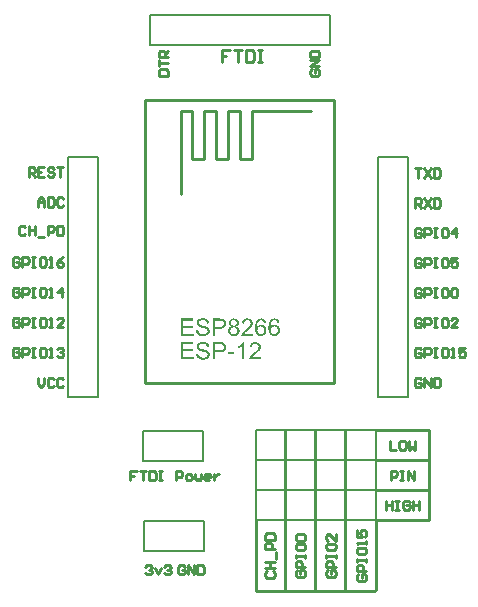
<source format=gto>
G04 Layer_Color=65535*
%FSLAX24Y24*%
%MOIN*%
G70*
G01*
G75*
%ADD17C,0.0100*%
%ADD18C,0.0079*%
G36*
X7683Y10125D02*
X7688D01*
X7695Y10124D01*
X7702Y10123D01*
X7710Y10122D01*
X7719Y10120D01*
X7729Y10118D01*
X7739Y10115D01*
X7749Y10111D01*
X7759Y10107D01*
X7769Y10102D01*
X7779Y10096D01*
X7788Y10090D01*
X7797Y10082D01*
X7798Y10081D01*
X7799Y10080D01*
X7802Y10077D01*
X7805Y10074D01*
X7808Y10070D01*
X7812Y10065D01*
X7816Y10059D01*
X7821Y10052D01*
X7825Y10045D01*
X7829Y10036D01*
X7833Y10028D01*
X7837Y10018D01*
X7839Y10008D01*
X7842Y9998D01*
X7843Y9987D01*
X7844Y9975D01*
Y9975D01*
Y9973D01*
Y9971D01*
X7843Y9969D01*
Y9965D01*
X7843Y9961D01*
X7841Y9952D01*
X7839Y9941D01*
X7835Y9929D01*
X7829Y9917D01*
X7826Y9911D01*
X7822Y9905D01*
Y9905D01*
X7821Y9904D01*
X7820Y9902D01*
X7818Y9900D01*
X7816Y9898D01*
X7813Y9895D01*
X7810Y9892D01*
X7806Y9889D01*
X7802Y9885D01*
X7797Y9881D01*
X7792Y9877D01*
X7786Y9874D01*
X7780Y9870D01*
X7773Y9866D01*
X7766Y9863D01*
X7758Y9860D01*
X7759D01*
X7761Y9859D01*
X7763Y9858D01*
X7767Y9856D01*
X7771Y9855D01*
X7777Y9852D01*
X7782Y9849D01*
X7788Y9846D01*
X7801Y9838D01*
X7815Y9829D01*
X7828Y9817D01*
X7834Y9811D01*
X7839Y9804D01*
X7840Y9803D01*
X7840Y9802D01*
X7842Y9800D01*
X7844Y9797D01*
X7846Y9793D01*
X7848Y9789D01*
X7851Y9784D01*
X7853Y9778D01*
X7856Y9771D01*
X7858Y9765D01*
X7861Y9757D01*
X7863Y9749D01*
X7866Y9731D01*
X7867Y9722D01*
X7867Y9712D01*
Y9711D01*
Y9709D01*
X7867Y9705D01*
X7866Y9700D01*
X7866Y9694D01*
X7864Y9686D01*
X7863Y9678D01*
X7861Y9669D01*
X7858Y9659D01*
X7854Y9649D01*
X7850Y9639D01*
X7845Y9629D01*
X7839Y9618D01*
X7832Y9608D01*
X7824Y9597D01*
X7815Y9588D01*
X7814Y9587D01*
X7812Y9586D01*
X7809Y9583D01*
X7805Y9580D01*
X7800Y9576D01*
X7794Y9572D01*
X7786Y9567D01*
X7778Y9563D01*
X7768Y9558D01*
X7758Y9554D01*
X7747Y9549D01*
X7735Y9546D01*
X7722Y9542D01*
X7708Y9540D01*
X7693Y9538D01*
X7677Y9538D01*
X7673D01*
X7669Y9538D01*
X7663Y9539D01*
X7656Y9539D01*
X7647Y9540D01*
X7638Y9542D01*
X7628Y9544D01*
X7617Y9547D01*
X7606Y9550D01*
X7595Y9554D01*
X7583Y9559D01*
X7571Y9565D01*
X7560Y9572D01*
X7549Y9579D01*
X7539Y9588D01*
X7539Y9589D01*
X7537Y9591D01*
X7534Y9593D01*
X7531Y9597D01*
X7527Y9602D01*
X7523Y9608D01*
X7518Y9615D01*
X7513Y9623D01*
X7508Y9632D01*
X7504Y9641D01*
X7499Y9651D01*
X7495Y9663D01*
X7492Y9674D01*
X7490Y9687D01*
X7488Y9700D01*
X7487Y9714D01*
Y9714D01*
Y9716D01*
Y9719D01*
X7488Y9723D01*
X7488Y9728D01*
X7489Y9734D01*
X7490Y9740D01*
X7491Y9747D01*
X7494Y9762D01*
X7497Y9770D01*
X7499Y9777D01*
X7503Y9785D01*
X7506Y9793D01*
X7511Y9801D01*
X7516Y9808D01*
X7516Y9809D01*
X7517Y9810D01*
X7519Y9812D01*
X7521Y9814D01*
X7524Y9817D01*
X7528Y9821D01*
X7532Y9825D01*
X7537Y9829D01*
X7542Y9833D01*
X7548Y9838D01*
X7555Y9842D01*
X7562Y9846D01*
X7570Y9850D01*
X7579Y9854D01*
X7588Y9857D01*
X7597Y9860D01*
X7597D01*
X7595Y9861D01*
X7593Y9861D01*
X7590Y9863D01*
X7586Y9864D01*
X7582Y9866D01*
X7572Y9872D01*
X7562Y9878D01*
X7551Y9886D01*
X7540Y9895D01*
X7536Y9900D01*
X7531Y9906D01*
Y9906D01*
X7530Y9907D01*
X7529Y9909D01*
X7528Y9911D01*
X7526Y9914D01*
X7525Y9917D01*
X7523Y9921D01*
X7521Y9926D01*
X7517Y9936D01*
X7514Y9949D01*
X7511Y9962D01*
X7510Y9977D01*
Y9978D01*
Y9980D01*
X7511Y9983D01*
Y9988D01*
X7512Y9993D01*
X7513Y9999D01*
X7514Y10006D01*
X7516Y10014D01*
X7518Y10022D01*
X7521Y10030D01*
X7525Y10039D01*
X7529Y10048D01*
X7534Y10057D01*
X7540Y10066D01*
X7547Y10074D01*
X7555Y10083D01*
X7556Y10083D01*
X7557Y10085D01*
X7560Y10087D01*
X7564Y10089D01*
X7568Y10093D01*
X7574Y10096D01*
X7580Y10100D01*
X7587Y10104D01*
X7596Y10108D01*
X7605Y10112D01*
X7615Y10116D01*
X7625Y10119D01*
X7637Y10122D01*
X7649Y10124D01*
X7662Y10125D01*
X7676Y10126D01*
X7679D01*
X7683Y10125D01*
D02*
G37*
G36*
X6651Y9346D02*
X6657D01*
X6663Y9345D01*
X6671Y9345D01*
X6679Y9344D01*
X6687Y9343D01*
X6696Y9341D01*
X6715Y9337D01*
X6735Y9332D01*
X6754Y9325D01*
X6754D01*
X6756Y9324D01*
X6758Y9323D01*
X6762Y9321D01*
X6766Y9319D01*
X6771Y9317D01*
X6776Y9314D01*
X6782Y9310D01*
X6794Y9301D01*
X6806Y9291D01*
X6818Y9279D01*
X6824Y9272D01*
X6829Y9264D01*
X6830Y9264D01*
X6830Y9262D01*
X6832Y9260D01*
X6833Y9257D01*
X6835Y9253D01*
X6838Y9249D01*
X6840Y9244D01*
X6843Y9238D01*
X6845Y9232D01*
X6848Y9225D01*
X6850Y9217D01*
X6852Y9209D01*
X6856Y9192D01*
X6857Y9183D01*
X6858Y9174D01*
X6785Y9168D01*
Y9169D01*
X6784Y9171D01*
X6784Y9173D01*
X6783Y9177D01*
X6782Y9182D01*
X6781Y9187D01*
X6779Y9193D01*
X6777Y9199D01*
X6772Y9212D01*
X6769Y9219D01*
X6765Y9226D01*
X6761Y9233D01*
X6756Y9239D01*
X6750Y9245D01*
X6744Y9251D01*
X6744Y9251D01*
X6743Y9252D01*
X6741Y9253D01*
X6738Y9255D01*
X6734Y9257D01*
X6730Y9260D01*
X6725Y9262D01*
X6719Y9265D01*
X6712Y9267D01*
X6705Y9270D01*
X6697Y9272D01*
X6688Y9274D01*
X6678Y9276D01*
X6667Y9278D01*
X6656Y9278D01*
X6644Y9279D01*
X6637D01*
X6632Y9278D01*
X6627Y9278D01*
X6620Y9277D01*
X6613Y9277D01*
X6605Y9276D01*
X6588Y9273D01*
X6572Y9268D01*
X6564Y9265D01*
X6556Y9262D01*
X6549Y9258D01*
X6542Y9253D01*
X6542Y9253D01*
X6541Y9252D01*
X6539Y9251D01*
X6537Y9249D01*
X6535Y9246D01*
X6532Y9243D01*
X6527Y9236D01*
X6521Y9227D01*
X6516Y9217D01*
X6514Y9211D01*
X6512Y9205D01*
X6511Y9198D01*
X6511Y9192D01*
Y9191D01*
Y9190D01*
Y9189D01*
X6511Y9187D01*
X6512Y9181D01*
X6514Y9174D01*
X6516Y9166D01*
X6520Y9157D01*
X6526Y9149D01*
X6529Y9145D01*
X6533Y9141D01*
X6534D01*
X6534Y9140D01*
X6536Y9139D01*
X6538Y9137D01*
X6541Y9135D01*
X6545Y9133D01*
X6550Y9131D01*
X6556Y9128D01*
X6563Y9125D01*
X6571Y9122D01*
X6580Y9119D01*
X6591Y9115D01*
X6603Y9111D01*
X6617Y9108D01*
X6632Y9104D01*
X6648Y9100D01*
X6649D01*
X6652Y9099D01*
X6657Y9098D01*
X6663Y9096D01*
X6671Y9094D01*
X6680Y9092D01*
X6689Y9090D01*
X6699Y9087D01*
X6721Y9082D01*
X6742Y9076D01*
X6752Y9072D01*
X6761Y9069D01*
X6770Y9066D01*
X6777Y9063D01*
X6777Y9063D01*
X6779Y9062D01*
X6782Y9061D01*
X6785Y9059D01*
X6789Y9057D01*
X6794Y9054D01*
X6799Y9051D01*
X6805Y9047D01*
X6817Y9039D01*
X6829Y9028D01*
X6841Y9017D01*
X6846Y9011D01*
X6851Y9004D01*
X6851Y9004D01*
X6852Y9003D01*
X6853Y9001D01*
X6855Y8998D01*
X6856Y8995D01*
X6859Y8991D01*
X6861Y8986D01*
X6863Y8981D01*
X6865Y8975D01*
X6868Y8969D01*
X6871Y8955D01*
X6874Y8939D01*
X6875Y8931D01*
X6875Y8922D01*
Y8922D01*
Y8920D01*
Y8918D01*
X6875Y8914D01*
X6874Y8910D01*
X6874Y8906D01*
X6873Y8900D01*
X6872Y8894D01*
X6869Y8881D01*
X6864Y8866D01*
X6861Y8859D01*
X6858Y8851D01*
X6853Y8843D01*
X6849Y8836D01*
X6848Y8835D01*
X6848Y8834D01*
X6846Y8832D01*
X6844Y8829D01*
X6841Y8826D01*
X6838Y8822D01*
X6834Y8817D01*
X6829Y8813D01*
X6824Y8808D01*
X6819Y8803D01*
X6812Y8797D01*
X6806Y8792D01*
X6798Y8787D01*
X6790Y8782D01*
X6782Y8777D01*
X6773Y8773D01*
X6772D01*
X6771Y8772D01*
X6768Y8771D01*
X6764Y8769D01*
X6759Y8768D01*
X6754Y8766D01*
X6747Y8764D01*
X6740Y8762D01*
X6732Y8759D01*
X6724Y8757D01*
X6715Y8755D01*
X6705Y8754D01*
X6695Y8752D01*
X6684Y8751D01*
X6673Y8751D01*
X6662Y8750D01*
X6654D01*
X6649Y8751D01*
X6642D01*
X6634Y8751D01*
X6625Y8752D01*
X6616Y8753D01*
X6606Y8754D01*
X6595Y8756D01*
X6573Y8760D01*
X6551Y8765D01*
X6540Y8769D01*
X6530Y8773D01*
X6530Y8773D01*
X6528Y8774D01*
X6525Y8775D01*
X6522Y8777D01*
X6517Y8779D01*
X6512Y8782D01*
X6506Y8786D01*
X6500Y8790D01*
X6493Y8795D01*
X6487Y8800D01*
X6480Y8805D01*
X6473Y8811D01*
X6466Y8818D01*
X6459Y8825D01*
X6453Y8833D01*
X6447Y8841D01*
X6447Y8842D01*
X6446Y8843D01*
X6444Y8846D01*
X6443Y8849D01*
X6440Y8854D01*
X6438Y8859D01*
X6435Y8865D01*
X6432Y8872D01*
X6429Y8879D01*
X6426Y8887D01*
X6424Y8895D01*
X6421Y8905D01*
X6418Y8924D01*
X6416Y8935D01*
X6416Y8945D01*
X6488Y8952D01*
Y8951D01*
X6488Y8950D01*
Y8948D01*
X6489Y8945D01*
X6489Y8941D01*
X6490Y8937D01*
X6491Y8932D01*
X6493Y8927D01*
X6496Y8915D01*
X6500Y8903D01*
X6505Y8891D01*
X6511Y8880D01*
Y8880D01*
X6512Y8879D01*
X6513Y8878D01*
X6515Y8876D01*
X6519Y8871D01*
X6526Y8864D01*
X6534Y8857D01*
X6544Y8849D01*
X6556Y8842D01*
X6569Y8835D01*
X6570D01*
X6571Y8835D01*
X6573Y8834D01*
X6576Y8833D01*
X6580Y8831D01*
X6584Y8830D01*
X6589Y8828D01*
X6595Y8827D01*
X6602Y8825D01*
X6608Y8824D01*
X6623Y8821D01*
X6640Y8819D01*
X6658Y8818D01*
X6666D01*
X6669Y8819D01*
X6674D01*
X6679Y8819D01*
X6684Y8820D01*
X6696Y8821D01*
X6709Y8824D01*
X6722Y8827D01*
X6735Y8831D01*
X6736D01*
X6737Y8832D01*
X6738Y8833D01*
X6741Y8834D01*
X6747Y8837D01*
X6754Y8841D01*
X6762Y8846D01*
X6770Y8852D01*
X6778Y8859D01*
X6785Y8867D01*
Y8867D01*
X6786Y8868D01*
X6788Y8871D01*
X6790Y8875D01*
X6794Y8881D01*
X6797Y8889D01*
X6799Y8897D01*
X6801Y8906D01*
X6802Y8916D01*
Y8917D01*
Y8917D01*
Y8919D01*
Y8921D01*
X6801Y8926D01*
X6800Y8932D01*
X6798Y8940D01*
X6795Y8947D01*
X6791Y8956D01*
X6786Y8963D01*
X6785Y8964D01*
X6783Y8967D01*
X6779Y8970D01*
X6773Y8975D01*
X6766Y8981D01*
X6757Y8986D01*
X6746Y8992D01*
X6734Y8997D01*
X6733D01*
X6733Y8998D01*
X6731Y8998D01*
X6729Y8999D01*
X6726Y9000D01*
X6722Y9001D01*
X6718Y9003D01*
X6712Y9004D01*
X6706Y9006D01*
X6698Y9008D01*
X6690Y9010D01*
X6680Y9013D01*
X6670Y9016D01*
X6658Y9019D01*
X6645Y9022D01*
X6630Y9025D01*
X6629D01*
X6627Y9026D01*
X6623Y9027D01*
X6617Y9029D01*
X6611Y9030D01*
X6603Y9032D01*
X6595Y9035D01*
X6587Y9037D01*
X6568Y9043D01*
X6550Y9049D01*
X6541Y9052D01*
X6533Y9055D01*
X6525Y9058D01*
X6519Y9061D01*
X6518Y9062D01*
X6517Y9062D01*
X6515Y9064D01*
X6512Y9065D01*
X6509Y9067D01*
X6505Y9070D01*
X6496Y9076D01*
X6486Y9084D01*
X6476Y9093D01*
X6466Y9104D01*
X6457Y9115D01*
Y9116D01*
X6456Y9117D01*
X6455Y9118D01*
X6454Y9121D01*
X6453Y9124D01*
X6451Y9127D01*
X6449Y9132D01*
X6447Y9136D01*
X6444Y9147D01*
X6440Y9159D01*
X6438Y9172D01*
X6437Y9187D01*
Y9187D01*
Y9189D01*
Y9191D01*
X6438Y9194D01*
X6438Y9198D01*
X6439Y9203D01*
X6439Y9208D01*
X6440Y9214D01*
X6443Y9226D01*
X6448Y9240D01*
X6450Y9247D01*
X6454Y9254D01*
X6457Y9262D01*
X6462Y9269D01*
X6462Y9269D01*
X6463Y9270D01*
X6464Y9272D01*
X6466Y9275D01*
X6469Y9278D01*
X6472Y9282D01*
X6476Y9286D01*
X6480Y9290D01*
X6485Y9295D01*
X6490Y9300D01*
X6496Y9304D01*
X6503Y9309D01*
X6510Y9314D01*
X6518Y9318D01*
X6526Y9322D01*
X6534Y9326D01*
X6535D01*
X6536Y9327D01*
X6539Y9328D01*
X6543Y9329D01*
X6547Y9331D01*
X6553Y9333D01*
X6559Y9334D01*
X6566Y9336D01*
X6573Y9338D01*
X6581Y9340D01*
X6590Y9342D01*
X6599Y9343D01*
X6619Y9345D01*
X6640Y9346D01*
X6647D01*
X6651Y9346D01*
D02*
G37*
G36*
X7217Y10123D02*
X7229D01*
X7243Y10122D01*
X7258Y10121D01*
X7272Y10120D01*
X7278Y10119D01*
X7284Y10118D01*
X7285D01*
X7286Y10118D01*
X7288Y10117D01*
X7291Y10117D01*
X7295Y10116D01*
X7299Y10115D01*
X7309Y10112D01*
X7320Y10108D01*
X7332Y10104D01*
X7344Y10098D01*
X7355Y10091D01*
X7356D01*
X7357Y10090D01*
X7358Y10089D01*
X7360Y10087D01*
X7365Y10083D01*
X7372Y10077D01*
X7379Y10069D01*
X7387Y10059D01*
X7395Y10048D01*
X7402Y10035D01*
Y10035D01*
X7403Y10034D01*
X7403Y10032D01*
X7405Y10029D01*
X7406Y10026D01*
X7407Y10022D01*
X7409Y10017D01*
X7411Y10012D01*
X7412Y10007D01*
X7414Y10001D01*
X7417Y9987D01*
X7419Y9972D01*
X7420Y9957D01*
Y9956D01*
Y9954D01*
X7419Y9950D01*
Y9944D01*
X7418Y9938D01*
X7417Y9931D01*
X7416Y9923D01*
X7414Y9914D01*
X7411Y9904D01*
X7408Y9894D01*
X7404Y9884D01*
X7400Y9873D01*
X7395Y9863D01*
X7388Y9852D01*
X7381Y9842D01*
X7373Y9832D01*
X7372Y9832D01*
X7371Y9830D01*
X7368Y9828D01*
X7364Y9824D01*
X7358Y9821D01*
X7351Y9816D01*
X7343Y9812D01*
X7334Y9807D01*
X7323Y9802D01*
X7311Y9798D01*
X7297Y9793D01*
X7281Y9790D01*
X7264Y9786D01*
X7246Y9784D01*
X7225Y9782D01*
X7203Y9782D01*
X7056D01*
Y9547D01*
X6979D01*
Y10124D01*
X7211D01*
X7217Y10123D01*
D02*
G37*
G36*
X6323Y10056D02*
X5982D01*
Y9880D01*
X6301D01*
Y9812D01*
X5982D01*
Y9615D01*
X6336D01*
Y9547D01*
X5906D01*
Y10124D01*
X6323D01*
Y10056D01*
D02*
G37*
G36*
X7698Y8933D02*
X7480D01*
Y9004D01*
X7698D01*
Y8933D01*
D02*
G37*
G36*
X7217Y9336D02*
X7229D01*
X7243Y9335D01*
X7258Y9334D01*
X7272Y9333D01*
X7278Y9332D01*
X7284Y9331D01*
X7285D01*
X7286Y9330D01*
X7288Y9330D01*
X7291Y9329D01*
X7295Y9328D01*
X7299Y9327D01*
X7309Y9325D01*
X7320Y9321D01*
X7332Y9316D01*
X7344Y9310D01*
X7355Y9303D01*
X7356D01*
X7357Y9302D01*
X7358Y9301D01*
X7360Y9300D01*
X7365Y9295D01*
X7372Y9289D01*
X7379Y9281D01*
X7387Y9272D01*
X7395Y9260D01*
X7402Y9248D01*
Y9247D01*
X7403Y9246D01*
X7403Y9244D01*
X7405Y9242D01*
X7406Y9238D01*
X7407Y9234D01*
X7409Y9230D01*
X7411Y9225D01*
X7412Y9219D01*
X7414Y9213D01*
X7417Y9200D01*
X7419Y9185D01*
X7420Y9169D01*
Y9168D01*
Y9166D01*
X7419Y9162D01*
Y9157D01*
X7418Y9151D01*
X7417Y9143D01*
X7416Y9135D01*
X7414Y9126D01*
X7411Y9117D01*
X7408Y9107D01*
X7404Y9096D01*
X7400Y9086D01*
X7395Y9075D01*
X7388Y9065D01*
X7381Y9055D01*
X7373Y9045D01*
X7372Y9044D01*
X7371Y9043D01*
X7368Y9040D01*
X7364Y9037D01*
X7358Y9033D01*
X7351Y9029D01*
X7343Y9024D01*
X7334Y9020D01*
X7323Y9015D01*
X7311Y9010D01*
X7297Y9006D01*
X7281Y9002D01*
X7264Y8999D01*
X7246Y8996D01*
X7225Y8995D01*
X7203Y8994D01*
X7056D01*
Y8760D01*
X6979D01*
Y9336D01*
X7211D01*
X7217Y9336D01*
D02*
G37*
G36*
X6323Y9268D02*
X5982D01*
Y9092D01*
X6301D01*
Y9024D01*
X5982D01*
Y8828D01*
X6336D01*
Y8760D01*
X5906D01*
Y9336D01*
X6323D01*
Y9268D01*
D02*
G37*
G36*
X8403Y9338D02*
X8409D01*
X8416Y9337D01*
X8424Y9336D01*
X8433Y9334D01*
X8443Y9333D01*
X8453Y9330D01*
X8464Y9327D01*
X8475Y9323D01*
X8486Y9319D01*
X8497Y9314D01*
X8507Y9307D01*
X8517Y9300D01*
X8527Y9292D01*
X8527Y9292D01*
X8529Y9290D01*
X8531Y9288D01*
X8534Y9284D01*
X8538Y9280D01*
X8542Y9274D01*
X8546Y9268D01*
X8551Y9261D01*
X8556Y9253D01*
X8560Y9244D01*
X8564Y9235D01*
X8568Y9225D01*
X8571Y9214D01*
X8573Y9203D01*
X8575Y9191D01*
X8575Y9178D01*
Y9178D01*
Y9177D01*
Y9175D01*
Y9172D01*
X8575Y9169D01*
Y9165D01*
X8573Y9157D01*
X8572Y9146D01*
X8569Y9135D01*
X8566Y9122D01*
X8561Y9110D01*
Y9109D01*
X8560Y9108D01*
X8559Y9106D01*
X8558Y9104D01*
X8557Y9101D01*
X8555Y9097D01*
X8552Y9093D01*
X8550Y9089D01*
X8543Y9078D01*
X8535Y9066D01*
X8525Y9053D01*
X8514Y9040D01*
X8513Y9039D01*
X8512Y9038D01*
X8510Y9036D01*
X8508Y9033D01*
X8504Y9029D01*
X8499Y9025D01*
X8494Y9019D01*
X8488Y9013D01*
X8481Y9006D01*
X8473Y8999D01*
X8464Y8990D01*
X8454Y8981D01*
X8444Y8972D01*
X8432Y8961D01*
X8419Y8950D01*
X8405Y8938D01*
X8405Y8938D01*
X8402Y8936D01*
X8399Y8933D01*
X8395Y8930D01*
X8390Y8925D01*
X8384Y8920D01*
X8378Y8915D01*
X8371Y8909D01*
X8357Y8897D01*
X8344Y8885D01*
X8338Y8880D01*
X8332Y8874D01*
X8327Y8870D01*
X8323Y8866D01*
X8322Y8865D01*
X8320Y8863D01*
X8317Y8859D01*
X8313Y8854D01*
X8308Y8848D01*
X8303Y8842D01*
X8298Y8835D01*
X8294Y8828D01*
X8576D01*
Y8760D01*
X8195D01*
Y8760D01*
Y8761D01*
Y8762D01*
Y8764D01*
Y8769D01*
X8196Y8775D01*
X8197Y8783D01*
X8198Y8791D01*
X8200Y8800D01*
X8203Y8809D01*
Y8809D01*
X8204Y8811D01*
X8205Y8813D01*
X8206Y8815D01*
X8208Y8819D01*
X8210Y8823D01*
X8212Y8828D01*
X8215Y8833D01*
X8221Y8845D01*
X8229Y8857D01*
X8239Y8871D01*
X8250Y8885D01*
X8250Y8886D01*
X8251Y8887D01*
X8253Y8889D01*
X8256Y8892D01*
X8259Y8895D01*
X8263Y8900D01*
X8268Y8905D01*
X8273Y8910D01*
X8280Y8916D01*
X8286Y8923D01*
X8294Y8930D01*
X8302Y8938D01*
X8311Y8946D01*
X8321Y8954D01*
X8331Y8963D01*
X8342Y8972D01*
X8343D01*
X8343Y8973D01*
X8346Y8976D01*
X8351Y8980D01*
X8357Y8985D01*
X8365Y8992D01*
X8374Y8999D01*
X8383Y9008D01*
X8393Y9017D01*
X8404Y9026D01*
X8415Y9036D01*
X8425Y9046D01*
X8436Y9057D01*
X8445Y9067D01*
X8454Y9077D01*
X8462Y9086D01*
X8469Y9095D01*
X8470Y9095D01*
X8471Y9097D01*
X8472Y9099D01*
X8474Y9102D01*
X8477Y9106D01*
X8480Y9111D01*
X8483Y9116D01*
X8486Y9122D01*
X8492Y9135D01*
X8497Y9150D01*
X8499Y9157D01*
X8501Y9165D01*
X8502Y9172D01*
X8502Y9180D01*
Y9180D01*
Y9182D01*
Y9184D01*
X8502Y9187D01*
X8501Y9190D01*
X8501Y9195D01*
X8500Y9199D01*
X8499Y9204D01*
X8495Y9216D01*
X8493Y9221D01*
X8490Y9227D01*
X8486Y9233D01*
X8482Y9239D01*
X8478Y9245D01*
X8472Y9251D01*
X8472Y9251D01*
X8471Y9252D01*
X8469Y9253D01*
X8467Y9255D01*
X8464Y9257D01*
X8460Y9260D01*
X8456Y9263D01*
X8451Y9265D01*
X8446Y9268D01*
X8440Y9271D01*
X8433Y9273D01*
X8426Y9275D01*
X8419Y9277D01*
X8411Y9279D01*
X8403Y9279D01*
X8394Y9280D01*
X8389D01*
X8385Y9279D01*
X8381Y9279D01*
X8376Y9278D01*
X8370Y9277D01*
X8364Y9276D01*
X8351Y9272D01*
X8345Y9270D01*
X8338Y9267D01*
X8331Y9263D01*
X8325Y9259D01*
X8318Y9254D01*
X8312Y9249D01*
X8312Y9248D01*
X8311Y9247D01*
X8309Y9246D01*
X8308Y9243D01*
X8305Y9240D01*
X8303Y9236D01*
X8300Y9232D01*
X8297Y9227D01*
X8294Y9221D01*
X8291Y9214D01*
X8289Y9207D01*
X8287Y9200D01*
X8285Y9192D01*
X8283Y9183D01*
X8282Y9174D01*
X8282Y9164D01*
X8209Y9171D01*
Y9172D01*
X8209Y9175D01*
X8210Y9179D01*
X8211Y9185D01*
X8212Y9191D01*
X8214Y9199D01*
X8216Y9208D01*
X8218Y9217D01*
X8222Y9227D01*
X8225Y9237D01*
X8230Y9248D01*
X8235Y9258D01*
X8241Y9268D01*
X8248Y9278D01*
X8256Y9287D01*
X8264Y9295D01*
X8265Y9296D01*
X8267Y9297D01*
X8269Y9299D01*
X8273Y9302D01*
X8278Y9305D01*
X8284Y9309D01*
X8291Y9313D01*
X8299Y9317D01*
X8308Y9321D01*
X8318Y9325D01*
X8329Y9328D01*
X8340Y9332D01*
X8353Y9334D01*
X8366Y9336D01*
X8380Y9338D01*
X8395Y9338D01*
X8399D01*
X8403Y9338D01*
D02*
G37*
G36*
X8023Y8760D02*
X7952D01*
Y9210D01*
X7951Y9210D01*
X7951Y9209D01*
X7949Y9208D01*
X7947Y9206D01*
X7944Y9204D01*
X7941Y9201D01*
X7938Y9198D01*
X7934Y9195D01*
X7924Y9188D01*
X7912Y9179D01*
X7899Y9170D01*
X7884Y9161D01*
X7884Y9161D01*
X7882Y9160D01*
X7880Y9159D01*
X7877Y9157D01*
X7874Y9155D01*
X7870Y9153D01*
X7865Y9150D01*
X7860Y9148D01*
X7848Y9142D01*
X7836Y9136D01*
X7823Y9130D01*
X7810Y9125D01*
Y9193D01*
X7811Y9194D01*
X7813Y9195D01*
X7816Y9196D01*
X7820Y9198D01*
X7825Y9201D01*
X7831Y9204D01*
X7838Y9208D01*
X7845Y9212D01*
X7853Y9217D01*
X7861Y9222D01*
X7879Y9234D01*
X7897Y9247D01*
X7914Y9261D01*
X7914Y9261D01*
X7916Y9263D01*
X7918Y9265D01*
X7921Y9268D01*
X7925Y9271D01*
X7929Y9275D01*
X7933Y9280D01*
X7938Y9285D01*
X7949Y9297D01*
X7959Y9310D01*
X7969Y9324D01*
X7973Y9331D01*
X7977Y9338D01*
X8023D01*
Y8760D01*
D02*
G37*
G36*
X8600Y10125D02*
X8605Y10125D01*
X8612Y10124D01*
X8620Y10123D01*
X8628Y10121D01*
X8636Y10119D01*
X8645Y10116D01*
X8655Y10113D01*
X8664Y10110D01*
X8673Y10105D01*
X8682Y10100D01*
X8691Y10094D01*
X8700Y10087D01*
X8700Y10087D01*
X8702Y10086D01*
X8704Y10083D01*
X8707Y10080D01*
X8710Y10076D01*
X8714Y10072D01*
X8718Y10066D01*
X8723Y10060D01*
X8727Y10053D01*
X8732Y10045D01*
X8736Y10036D01*
X8740Y10027D01*
X8744Y10017D01*
X8747Y10006D01*
X8750Y9994D01*
X8752Y9982D01*
X8682Y9977D01*
Y9977D01*
X8681Y9979D01*
X8681Y9981D01*
X8680Y9984D01*
X8679Y9987D01*
X8678Y9991D01*
X8675Y10000D01*
X8671Y10010D01*
X8666Y10020D01*
X8661Y10029D01*
X8658Y10033D01*
X8655Y10037D01*
X8654Y10038D01*
X8653Y10039D01*
X8652Y10040D01*
X8650Y10042D01*
X8647Y10044D01*
X8643Y10047D01*
X8639Y10050D01*
X8635Y10053D01*
X8625Y10058D01*
X8613Y10063D01*
X8606Y10065D01*
X8599Y10066D01*
X8591Y10067D01*
X8584Y10068D01*
X8580D01*
X8578Y10067D01*
X8575D01*
X8572Y10067D01*
X8564Y10065D01*
X8554Y10063D01*
X8544Y10060D01*
X8534Y10055D01*
X8524Y10049D01*
X8524Y10048D01*
X8523Y10048D01*
X8521Y10046D01*
X8519Y10044D01*
X8516Y10042D01*
X8513Y10039D01*
X8509Y10035D01*
X8505Y10031D01*
X8501Y10026D01*
X8497Y10021D01*
X8492Y10015D01*
X8488Y10008D01*
X8483Y10001D01*
X8479Y9994D01*
X8475Y9986D01*
X8471Y9977D01*
Y9977D01*
X8470Y9975D01*
X8470Y9972D01*
X8468Y9969D01*
X8467Y9964D01*
X8465Y9958D01*
X8463Y9951D01*
X8462Y9943D01*
X8460Y9934D01*
X8458Y9924D01*
X8457Y9913D01*
X8455Y9902D01*
X8454Y9889D01*
X8453Y9875D01*
X8452Y9860D01*
X8452Y9844D01*
X8452Y9845D01*
X8453Y9846D01*
X8454Y9848D01*
X8456Y9851D01*
X8459Y9854D01*
X8462Y9858D01*
X8469Y9866D01*
X8478Y9876D01*
X8489Y9885D01*
X8501Y9894D01*
X8514Y9902D01*
X8515D01*
X8516Y9903D01*
X8518Y9904D01*
X8521Y9905D01*
X8524Y9907D01*
X8528Y9908D01*
X8533Y9910D01*
X8538Y9912D01*
X8549Y9915D01*
X8563Y9918D01*
X8577Y9920D01*
X8592Y9921D01*
X8595D01*
X8599Y9921D01*
X8604Y9920D01*
X8610Y9920D01*
X8617Y9918D01*
X8625Y9917D01*
X8633Y9915D01*
X8642Y9912D01*
X8652Y9908D01*
X8662Y9904D01*
X8672Y9899D01*
X8683Y9893D01*
X8693Y9886D01*
X8703Y9878D01*
X8712Y9869D01*
X8713Y9868D01*
X8714Y9866D01*
X8717Y9863D01*
X8720Y9859D01*
X8724Y9854D01*
X8728Y9848D01*
X8733Y9841D01*
X8737Y9832D01*
X8742Y9823D01*
X8746Y9813D01*
X8751Y9802D01*
X8754Y9790D01*
X8758Y9777D01*
X8760Y9764D01*
X8762Y9749D01*
X8762Y9734D01*
Y9734D01*
Y9732D01*
Y9729D01*
X8762Y9725D01*
Y9720D01*
X8761Y9715D01*
X8760Y9708D01*
X8759Y9701D01*
X8758Y9694D01*
X8757Y9686D01*
X8752Y9669D01*
X8747Y9651D01*
X8743Y9643D01*
X8739Y9634D01*
X8738Y9633D01*
X8738Y9632D01*
X8736Y9629D01*
X8734Y9626D01*
X8732Y9622D01*
X8729Y9618D01*
X8722Y9607D01*
X8713Y9596D01*
X8702Y9584D01*
X8689Y9573D01*
X8682Y9567D01*
X8674Y9562D01*
X8674Y9562D01*
X8672Y9561D01*
X8670Y9560D01*
X8667Y9558D01*
X8663Y9557D01*
X8659Y9555D01*
X8653Y9552D01*
X8647Y9550D01*
X8641Y9548D01*
X8634Y9546D01*
X8626Y9543D01*
X8618Y9542D01*
X8600Y9539D01*
X8591Y9538D01*
X8581Y9538D01*
X8577D01*
X8573Y9538D01*
X8567Y9539D01*
X8559Y9540D01*
X8550Y9541D01*
X8541Y9543D01*
X8530Y9546D01*
X8519Y9549D01*
X8507Y9554D01*
X8495Y9559D01*
X8483Y9565D01*
X8471Y9573D01*
X8459Y9581D01*
X8448Y9591D01*
X8437Y9603D01*
X8436Y9604D01*
X8434Y9606D01*
X8432Y9610D01*
X8428Y9615D01*
X8424Y9622D01*
X8419Y9631D01*
X8414Y9642D01*
X8409Y9654D01*
X8404Y9668D01*
X8399Y9684D01*
X8394Y9701D01*
X8390Y9720D01*
X8386Y9742D01*
X8384Y9765D01*
X8382Y9790D01*
X8381Y9817D01*
Y9817D01*
Y9819D01*
Y9821D01*
Y9824D01*
X8382Y9828D01*
Y9833D01*
Y9838D01*
X8382Y9844D01*
X8383Y9851D01*
X8383Y9858D01*
X8384Y9865D01*
X8385Y9874D01*
X8386Y9891D01*
X8389Y9910D01*
X8392Y9929D01*
X8396Y9949D01*
X8401Y9970D01*
X8407Y9990D01*
X8414Y10009D01*
X8422Y10028D01*
X8432Y10045D01*
X8437Y10052D01*
X8443Y10060D01*
X8443Y10061D01*
X8445Y10063D01*
X8448Y10066D01*
X8453Y10070D01*
X8458Y10075D01*
X8465Y10081D01*
X8472Y10087D01*
X8481Y10093D01*
X8491Y10099D01*
X8502Y10105D01*
X8514Y10110D01*
X8527Y10115D01*
X8541Y10120D01*
X8556Y10123D01*
X8572Y10125D01*
X8588Y10126D01*
X8595D01*
X8600Y10125D01*
D02*
G37*
G36*
X6651Y10133D02*
X6657D01*
X6663Y10133D01*
X6671Y10132D01*
X6679Y10131D01*
X6687Y10130D01*
X6696Y10129D01*
X6715Y10125D01*
X6735Y10120D01*
X6754Y10113D01*
X6754D01*
X6756Y10112D01*
X6758Y10111D01*
X6762Y10109D01*
X6766Y10107D01*
X6771Y10104D01*
X6776Y10101D01*
X6782Y10097D01*
X6794Y10089D01*
X6806Y10078D01*
X6818Y10066D01*
X6824Y10059D01*
X6829Y10052D01*
X6830Y10051D01*
X6830Y10050D01*
X6832Y10048D01*
X6833Y10045D01*
X6835Y10041D01*
X6838Y10036D01*
X6840Y10031D01*
X6843Y10025D01*
X6845Y10019D01*
X6848Y10012D01*
X6850Y10005D01*
X6852Y9997D01*
X6856Y9980D01*
X6857Y9971D01*
X6858Y9961D01*
X6785Y9956D01*
Y9956D01*
X6784Y9958D01*
X6784Y9961D01*
X6783Y9965D01*
X6782Y9969D01*
X6781Y9974D01*
X6779Y9980D01*
X6777Y9987D01*
X6772Y10000D01*
X6769Y10007D01*
X6765Y10014D01*
X6761Y10020D01*
X6756Y10027D01*
X6750Y10033D01*
X6744Y10038D01*
X6744Y10039D01*
X6743Y10039D01*
X6741Y10041D01*
X6738Y10043D01*
X6734Y10045D01*
X6730Y10047D01*
X6725Y10050D01*
X6719Y10052D01*
X6712Y10055D01*
X6705Y10057D01*
X6697Y10060D01*
X6688Y10062D01*
X6678Y10064D01*
X6667Y10065D01*
X6656Y10066D01*
X6644Y10066D01*
X6637D01*
X6632Y10066D01*
X6627Y10065D01*
X6620Y10065D01*
X6613Y10064D01*
X6605Y10063D01*
X6588Y10060D01*
X6572Y10056D01*
X6564Y10053D01*
X6556Y10049D01*
X6549Y10045D01*
X6542Y10041D01*
X6542Y10040D01*
X6541Y10040D01*
X6539Y10038D01*
X6537Y10036D01*
X6535Y10034D01*
X6532Y10031D01*
X6527Y10024D01*
X6521Y10015D01*
X6516Y10004D01*
X6514Y9998D01*
X6512Y9992D01*
X6511Y9986D01*
X6511Y9979D01*
Y9979D01*
Y9978D01*
Y9976D01*
X6511Y9974D01*
X6512Y9968D01*
X6514Y9961D01*
X6516Y9953D01*
X6520Y9945D01*
X6526Y9936D01*
X6529Y9932D01*
X6533Y9928D01*
X6534D01*
X6534Y9927D01*
X6536Y9926D01*
X6538Y9925D01*
X6541Y9923D01*
X6545Y9921D01*
X6550Y9918D01*
X6556Y9916D01*
X6563Y9913D01*
X6571Y9909D01*
X6580Y9906D01*
X6591Y9903D01*
X6603Y9899D01*
X6617Y9895D01*
X6632Y9891D01*
X6648Y9887D01*
X6649D01*
X6652Y9886D01*
X6657Y9885D01*
X6663Y9884D01*
X6671Y9882D01*
X6680Y9880D01*
X6689Y9877D01*
X6699Y9875D01*
X6721Y9869D01*
X6742Y9863D01*
X6752Y9860D01*
X6761Y9857D01*
X6770Y9854D01*
X6777Y9851D01*
X6777Y9850D01*
X6779Y9850D01*
X6782Y9848D01*
X6785Y9847D01*
X6789Y9844D01*
X6794Y9841D01*
X6799Y9838D01*
X6805Y9835D01*
X6817Y9826D01*
X6829Y9816D01*
X6841Y9804D01*
X6846Y9798D01*
X6851Y9792D01*
X6851Y9791D01*
X6852Y9790D01*
X6853Y9788D01*
X6855Y9785D01*
X6856Y9782D01*
X6859Y9778D01*
X6861Y9773D01*
X6863Y9768D01*
X6865Y9762D01*
X6868Y9756D01*
X6871Y9742D01*
X6874Y9727D01*
X6875Y9718D01*
X6875Y9710D01*
Y9709D01*
Y9708D01*
Y9705D01*
X6875Y9702D01*
X6874Y9698D01*
X6874Y9693D01*
X6873Y9688D01*
X6872Y9682D01*
X6869Y9668D01*
X6864Y9654D01*
X6861Y9646D01*
X6858Y9639D01*
X6853Y9631D01*
X6849Y9623D01*
X6848Y9623D01*
X6848Y9621D01*
X6846Y9619D01*
X6844Y9617D01*
X6841Y9613D01*
X6838Y9609D01*
X6834Y9605D01*
X6829Y9600D01*
X6824Y9595D01*
X6819Y9590D01*
X6812Y9585D01*
X6806Y9580D01*
X6798Y9574D01*
X6790Y9569D01*
X6782Y9565D01*
X6773Y9560D01*
X6772D01*
X6771Y9559D01*
X6768Y9558D01*
X6764Y9557D01*
X6759Y9555D01*
X6754Y9553D01*
X6747Y9551D01*
X6740Y9549D01*
X6732Y9547D01*
X6724Y9545D01*
X6715Y9543D01*
X6705Y9541D01*
X6695Y9540D01*
X6684Y9539D01*
X6673Y9538D01*
X6662Y9538D01*
X6654D01*
X6649Y9538D01*
X6642D01*
X6634Y9539D01*
X6625Y9540D01*
X6616Y9541D01*
X6606Y9542D01*
X6595Y9543D01*
X6573Y9547D01*
X6551Y9553D01*
X6540Y9556D01*
X6530Y9560D01*
X6530Y9561D01*
X6528Y9561D01*
X6525Y9563D01*
X6522Y9565D01*
X6517Y9567D01*
X6512Y9570D01*
X6506Y9573D01*
X6500Y9577D01*
X6493Y9582D01*
X6487Y9587D01*
X6480Y9593D01*
X6473Y9599D01*
X6466Y9606D01*
X6459Y9613D01*
X6453Y9620D01*
X6447Y9629D01*
X6447Y9629D01*
X6446Y9631D01*
X6444Y9633D01*
X6443Y9637D01*
X6440Y9641D01*
X6438Y9646D01*
X6435Y9652D01*
X6432Y9659D01*
X6429Y9666D01*
X6426Y9674D01*
X6424Y9683D01*
X6421Y9692D01*
X6418Y9712D01*
X6416Y9722D01*
X6416Y9733D01*
X6488Y9739D01*
Y9739D01*
X6488Y9737D01*
Y9735D01*
X6489Y9732D01*
X6489Y9728D01*
X6490Y9724D01*
X6491Y9719D01*
X6493Y9714D01*
X6496Y9703D01*
X6500Y9691D01*
X6505Y9679D01*
X6511Y9668D01*
Y9667D01*
X6512Y9667D01*
X6513Y9665D01*
X6515Y9663D01*
X6519Y9658D01*
X6526Y9652D01*
X6534Y9644D01*
X6544Y9637D01*
X6556Y9630D01*
X6569Y9623D01*
X6570D01*
X6571Y9622D01*
X6573Y9621D01*
X6576Y9620D01*
X6580Y9619D01*
X6584Y9617D01*
X6589Y9616D01*
X6595Y9614D01*
X6602Y9613D01*
X6608Y9611D01*
X6623Y9608D01*
X6640Y9606D01*
X6658Y9606D01*
X6666D01*
X6669Y9606D01*
X6674D01*
X6679Y9607D01*
X6684Y9607D01*
X6696Y9609D01*
X6709Y9611D01*
X6722Y9614D01*
X6735Y9619D01*
X6736D01*
X6737Y9619D01*
X6738Y9620D01*
X6741Y9621D01*
X6747Y9624D01*
X6754Y9628D01*
X6762Y9633D01*
X6770Y9639D01*
X6778Y9646D01*
X6785Y9654D01*
Y9655D01*
X6786Y9655D01*
X6788Y9658D01*
X6790Y9663D01*
X6794Y9669D01*
X6797Y9676D01*
X6799Y9685D01*
X6801Y9694D01*
X6802Y9704D01*
Y9704D01*
Y9705D01*
Y9706D01*
Y9708D01*
X6801Y9713D01*
X6800Y9720D01*
X6798Y9727D01*
X6795Y9735D01*
X6791Y9743D01*
X6786Y9751D01*
X6785Y9752D01*
X6783Y9754D01*
X6779Y9758D01*
X6773Y9763D01*
X6766Y9768D01*
X6757Y9774D01*
X6746Y9779D01*
X6734Y9785D01*
X6733D01*
X6733Y9785D01*
X6731Y9786D01*
X6729Y9786D01*
X6726Y9787D01*
X6722Y9789D01*
X6718Y9790D01*
X6712Y9792D01*
X6706Y9793D01*
X6698Y9796D01*
X6690Y9798D01*
X6680Y9800D01*
X6670Y9803D01*
X6658Y9806D01*
X6645Y9809D01*
X6630Y9813D01*
X6629D01*
X6627Y9814D01*
X6623Y9815D01*
X6617Y9816D01*
X6611Y9818D01*
X6603Y9820D01*
X6595Y9822D01*
X6587Y9825D01*
X6568Y9830D01*
X6550Y9836D01*
X6541Y9839D01*
X6533Y9842D01*
X6525Y9846D01*
X6519Y9849D01*
X6518Y9849D01*
X6517Y9850D01*
X6515Y9851D01*
X6512Y9853D01*
X6509Y9855D01*
X6505Y9857D01*
X6496Y9864D01*
X6486Y9872D01*
X6476Y9881D01*
X6466Y9891D01*
X6457Y9903D01*
Y9903D01*
X6456Y9904D01*
X6455Y9906D01*
X6454Y9908D01*
X6453Y9911D01*
X6451Y9915D01*
X6449Y9919D01*
X6447Y9924D01*
X6444Y9934D01*
X6440Y9946D01*
X6438Y9960D01*
X6437Y9974D01*
Y9975D01*
Y9976D01*
Y9979D01*
X6438Y9982D01*
X6438Y9986D01*
X6439Y9990D01*
X6439Y9995D01*
X6440Y10001D01*
X6443Y10014D01*
X6448Y10027D01*
X6450Y10035D01*
X6454Y10042D01*
X6457Y10049D01*
X6462Y10056D01*
X6462Y10057D01*
X6463Y10058D01*
X6464Y10060D01*
X6466Y10063D01*
X6469Y10066D01*
X6472Y10069D01*
X6476Y10073D01*
X6480Y10078D01*
X6485Y10082D01*
X6490Y10087D01*
X6496Y10092D01*
X6503Y10097D01*
X6510Y10101D01*
X6518Y10106D01*
X6526Y10110D01*
X6534Y10114D01*
X6535D01*
X6536Y10115D01*
X6539Y10116D01*
X6543Y10117D01*
X6547Y10118D01*
X6553Y10120D01*
X6559Y10122D01*
X6566Y10124D01*
X6573Y10126D01*
X6581Y10127D01*
X6590Y10129D01*
X6599Y10131D01*
X6619Y10133D01*
X6640Y10134D01*
X6647D01*
X6651Y10133D01*
D02*
G37*
G36*
X8135Y10125D02*
X8141D01*
X8148Y10124D01*
X8156Y10123D01*
X8165Y10122D01*
X8175Y10120D01*
X8185Y10118D01*
X8196Y10115D01*
X8207Y10111D01*
X8218Y10106D01*
X8229Y10101D01*
X8239Y10095D01*
X8249Y10088D01*
X8259Y10080D01*
X8259Y10079D01*
X8261Y10078D01*
X8263Y10075D01*
X8266Y10072D01*
X8270Y10067D01*
X8274Y10062D01*
X8278Y10055D01*
X8283Y10048D01*
X8288Y10040D01*
X8292Y10032D01*
X8296Y10022D01*
X8300Y10012D01*
X8303Y10002D01*
X8305Y9990D01*
X8307Y9978D01*
X8307Y9966D01*
Y9965D01*
Y9964D01*
Y9962D01*
Y9960D01*
X8307Y9957D01*
Y9953D01*
X8305Y9944D01*
X8304Y9934D01*
X8301Y9922D01*
X8298Y9910D01*
X8293Y9897D01*
Y9897D01*
X8292Y9896D01*
X8291Y9894D01*
X8290Y9892D01*
X8289Y9888D01*
X8287Y9885D01*
X8284Y9881D01*
X8282Y9876D01*
X8275Y9866D01*
X8267Y9854D01*
X8257Y9841D01*
X8246Y9827D01*
X8245Y9827D01*
X8244Y9826D01*
X8242Y9823D01*
X8240Y9820D01*
X8236Y9817D01*
X8231Y9812D01*
X8226Y9807D01*
X8220Y9801D01*
X8213Y9794D01*
X8205Y9786D01*
X8196Y9778D01*
X8186Y9769D01*
X8176Y9759D01*
X8164Y9749D01*
X8151Y9738D01*
X8137Y9726D01*
X8137Y9725D01*
X8134Y9723D01*
X8131Y9721D01*
X8127Y9717D01*
X8122Y9713D01*
X8116Y9708D01*
X8110Y9702D01*
X8103Y9697D01*
X8089Y9685D01*
X8076Y9673D01*
X8070Y9667D01*
X8064Y9662D01*
X8059Y9657D01*
X8055Y9653D01*
X8054Y9652D01*
X8052Y9650D01*
X8049Y9646D01*
X8045Y9641D01*
X8040Y9636D01*
X8035Y9629D01*
X8030Y9622D01*
X8026Y9615D01*
X8308D01*
Y9547D01*
X7927D01*
Y9548D01*
Y9548D01*
Y9550D01*
Y9552D01*
Y9557D01*
X7928Y9563D01*
X7929Y9570D01*
X7930Y9579D01*
X7932Y9587D01*
X7935Y9596D01*
Y9597D01*
X7936Y9598D01*
X7937Y9600D01*
X7938Y9603D01*
X7940Y9606D01*
X7942Y9611D01*
X7944Y9615D01*
X7947Y9620D01*
X7953Y9632D01*
X7961Y9645D01*
X7971Y9659D01*
X7982Y9673D01*
X7982Y9673D01*
X7983Y9674D01*
X7985Y9677D01*
X7988Y9679D01*
X7991Y9683D01*
X7995Y9687D01*
X8000Y9692D01*
X8005Y9698D01*
X8012Y9704D01*
X8018Y9710D01*
X8026Y9718D01*
X8034Y9725D01*
X8043Y9733D01*
X8053Y9742D01*
X8063Y9751D01*
X8074Y9760D01*
X8075D01*
X8075Y9761D01*
X8078Y9763D01*
X8083Y9767D01*
X8089Y9773D01*
X8097Y9779D01*
X8106Y9787D01*
X8115Y9795D01*
X8125Y9804D01*
X8136Y9814D01*
X8147Y9824D01*
X8157Y9834D01*
X8168Y9844D01*
X8177Y9854D01*
X8186Y9864D01*
X8194Y9873D01*
X8201Y9882D01*
X8202Y9883D01*
X8203Y9884D01*
X8204Y9887D01*
X8206Y9890D01*
X8209Y9894D01*
X8212Y9899D01*
X8215Y9904D01*
X8218Y9910D01*
X8224Y9923D01*
X8229Y9937D01*
X8231Y9945D01*
X8233Y9952D01*
X8234Y9960D01*
X8234Y9967D01*
Y9968D01*
Y9969D01*
Y9971D01*
X8234Y9974D01*
X8233Y9978D01*
X8233Y9982D01*
X8232Y9987D01*
X8231Y9992D01*
X8227Y10003D01*
X8225Y10009D01*
X8222Y10015D01*
X8218Y10021D01*
X8214Y10027D01*
X8210Y10033D01*
X8204Y10038D01*
X8204Y10039D01*
X8203Y10040D01*
X8201Y10041D01*
X8199Y10043D01*
X8196Y10045D01*
X8192Y10047D01*
X8188Y10050D01*
X8183Y10053D01*
X8178Y10055D01*
X8172Y10058D01*
X8165Y10061D01*
X8158Y10063D01*
X8151Y10065D01*
X8143Y10066D01*
X8135Y10067D01*
X8126Y10067D01*
X8121D01*
X8117Y10067D01*
X8113Y10066D01*
X8108Y10066D01*
X8102Y10065D01*
X8096Y10063D01*
X8083Y10060D01*
X8077Y10057D01*
X8070Y10054D01*
X8063Y10051D01*
X8057Y10046D01*
X8050Y10042D01*
X8044Y10036D01*
X8044Y10036D01*
X8043Y10035D01*
X8041Y10033D01*
X8040Y10031D01*
X8037Y10027D01*
X8035Y10024D01*
X8032Y10019D01*
X8029Y10014D01*
X8026Y10008D01*
X8023Y10002D01*
X8021Y9995D01*
X8019Y9987D01*
X8017Y9979D01*
X8015Y9970D01*
X8014Y9961D01*
X8014Y9951D01*
X7941Y9959D01*
Y9960D01*
X7941Y9962D01*
X7942Y9967D01*
X7943Y9972D01*
X7944Y9979D01*
X7946Y9987D01*
X7948Y9995D01*
X7950Y10005D01*
X7954Y10015D01*
X7957Y10025D01*
X7962Y10035D01*
X7967Y10045D01*
X7973Y10056D01*
X7980Y10065D01*
X7988Y10074D01*
X7996Y10083D01*
X7997Y10083D01*
X7999Y10085D01*
X8001Y10087D01*
X8005Y10089D01*
X8010Y10093D01*
X8016Y10096D01*
X8023Y10100D01*
X8031Y10104D01*
X8040Y10108D01*
X8050Y10112D01*
X8061Y10116D01*
X8072Y10119D01*
X8085Y10122D01*
X8098Y10124D01*
X8112Y10125D01*
X8127Y10126D01*
X8131D01*
X8135Y10125D01*
D02*
G37*
G36*
X9048D02*
X9053Y10125D01*
X9060Y10124D01*
X9068Y10123D01*
X9076Y10121D01*
X9084Y10119D01*
X9093Y10116D01*
X9103Y10113D01*
X9112Y10110D01*
X9121Y10105D01*
X9130Y10100D01*
X9139Y10094D01*
X9148Y10087D01*
X9148Y10087D01*
X9150Y10086D01*
X9152Y10083D01*
X9155Y10080D01*
X9158Y10076D01*
X9162Y10072D01*
X9166Y10066D01*
X9171Y10060D01*
X9175Y10053D01*
X9180Y10045D01*
X9184Y10036D01*
X9188Y10027D01*
X9192Y10017D01*
X9195Y10006D01*
X9198Y9994D01*
X9200Y9982D01*
X9130Y9977D01*
Y9977D01*
X9129Y9979D01*
X9129Y9981D01*
X9128Y9984D01*
X9127Y9987D01*
X9126Y9991D01*
X9123Y10000D01*
X9119Y10010D01*
X9114Y10020D01*
X9109Y10029D01*
X9106Y10033D01*
X9103Y10037D01*
X9102Y10038D01*
X9101Y10039D01*
X9100Y10040D01*
X9098Y10042D01*
X9095Y10044D01*
X9091Y10047D01*
X9087Y10050D01*
X9083Y10053D01*
X9073Y10058D01*
X9061Y10063D01*
X9054Y10065D01*
X9047Y10066D01*
X9039Y10067D01*
X9032Y10068D01*
X9028D01*
X9026Y10067D01*
X9023D01*
X9020Y10067D01*
X9012Y10065D01*
X9002Y10063D01*
X8992Y10060D01*
X8982Y10055D01*
X8972Y10049D01*
X8972Y10048D01*
X8971Y10048D01*
X8969Y10046D01*
X8967Y10044D01*
X8964Y10042D01*
X8961Y10039D01*
X8957Y10035D01*
X8953Y10031D01*
X8949Y10026D01*
X8945Y10021D01*
X8940Y10015D01*
X8936Y10008D01*
X8931Y10001D01*
X8927Y9994D01*
X8923Y9986D01*
X8919Y9977D01*
Y9977D01*
X8918Y9975D01*
X8918Y9972D01*
X8916Y9969D01*
X8915Y9964D01*
X8913Y9958D01*
X8911Y9951D01*
X8910Y9943D01*
X8908Y9934D01*
X8906Y9924D01*
X8905Y9913D01*
X8903Y9902D01*
X8902Y9889D01*
X8901Y9875D01*
X8900Y9860D01*
X8900Y9844D01*
X8900Y9845D01*
X8901Y9846D01*
X8902Y9848D01*
X8904Y9851D01*
X8907Y9854D01*
X8910Y9858D01*
X8917Y9866D01*
X8926Y9876D01*
X8937Y9885D01*
X8949Y9894D01*
X8962Y9902D01*
X8963D01*
X8964Y9903D01*
X8966Y9904D01*
X8969Y9905D01*
X8972Y9907D01*
X8976Y9908D01*
X8981Y9910D01*
X8986Y9912D01*
X8997Y9915D01*
X9011Y9918D01*
X9025Y9920D01*
X9040Y9921D01*
X9043D01*
X9047Y9921D01*
X9052Y9920D01*
X9058Y9920D01*
X9065Y9918D01*
X9073Y9917D01*
X9081Y9915D01*
X9090Y9912D01*
X9100Y9908D01*
X9110Y9904D01*
X9120Y9899D01*
X9131Y9893D01*
X9141Y9886D01*
X9151Y9878D01*
X9160Y9869D01*
X9161Y9868D01*
X9162Y9866D01*
X9165Y9863D01*
X9168Y9859D01*
X9172Y9854D01*
X9176Y9848D01*
X9181Y9841D01*
X9185Y9832D01*
X9190Y9823D01*
X9194Y9813D01*
X9199Y9802D01*
X9202Y9790D01*
X9206Y9777D01*
X9208Y9764D01*
X9210Y9749D01*
X9210Y9734D01*
Y9734D01*
Y9732D01*
Y9729D01*
X9210Y9725D01*
Y9720D01*
X9209Y9715D01*
X9208Y9708D01*
X9207Y9701D01*
X9206Y9694D01*
X9205Y9686D01*
X9200Y9669D01*
X9195Y9651D01*
X9191Y9643D01*
X9187Y9634D01*
X9186Y9633D01*
X9186Y9632D01*
X9184Y9629D01*
X9182Y9626D01*
X9180Y9622D01*
X9177Y9618D01*
X9170Y9607D01*
X9161Y9596D01*
X9150Y9584D01*
X9137Y9573D01*
X9130Y9567D01*
X9122Y9562D01*
X9122Y9562D01*
X9120Y9561D01*
X9118Y9560D01*
X9115Y9558D01*
X9111Y9557D01*
X9107Y9555D01*
X9101Y9552D01*
X9095Y9550D01*
X9089Y9548D01*
X9082Y9546D01*
X9074Y9543D01*
X9066Y9542D01*
X9048Y9539D01*
X9039Y9538D01*
X9029Y9538D01*
X9025D01*
X9021Y9538D01*
X9015Y9539D01*
X9007Y9540D01*
X8998Y9541D01*
X8989Y9543D01*
X8978Y9546D01*
X8967Y9549D01*
X8955Y9554D01*
X8943Y9559D01*
X8931Y9565D01*
X8919Y9573D01*
X8907Y9581D01*
X8896Y9591D01*
X8885Y9603D01*
X8884Y9604D01*
X8882Y9606D01*
X8880Y9610D01*
X8876Y9615D01*
X8872Y9622D01*
X8867Y9631D01*
X8862Y9642D01*
X8857Y9654D01*
X8852Y9668D01*
X8847Y9684D01*
X8842Y9701D01*
X8838Y9720D01*
X8834Y9742D01*
X8832Y9765D01*
X8830Y9790D01*
X8829Y9817D01*
Y9817D01*
Y9819D01*
Y9821D01*
Y9824D01*
X8830Y9828D01*
Y9833D01*
Y9838D01*
X8830Y9844D01*
X8831Y9851D01*
X8831Y9858D01*
X8832Y9865D01*
X8833Y9874D01*
X8834Y9891D01*
X8837Y9910D01*
X8840Y9929D01*
X8844Y9949D01*
X8849Y9970D01*
X8855Y9990D01*
X8862Y10009D01*
X8870Y10028D01*
X8880Y10045D01*
X8885Y10052D01*
X8891Y10060D01*
X8891Y10061D01*
X8893Y10063D01*
X8896Y10066D01*
X8901Y10070D01*
X8906Y10075D01*
X8913Y10081D01*
X8920Y10087D01*
X8929Y10093D01*
X8939Y10099D01*
X8950Y10105D01*
X8962Y10110D01*
X8975Y10115D01*
X8989Y10120D01*
X9004Y10123D01*
X9020Y10125D01*
X9036Y10126D01*
X9043D01*
X9048Y10125D01*
D02*
G37*
%LPC*%
G36*
X7677Y10068D02*
X7673D01*
X7670Y10067D01*
X7667Y10067D01*
X7663Y10066D01*
X7653Y10065D01*
X7643Y10061D01*
X7631Y10057D01*
X7626Y10054D01*
X7620Y10050D01*
X7615Y10046D01*
X7610Y10042D01*
X7609Y10041D01*
X7609Y10041D01*
X7607Y10039D01*
X7606Y10037D01*
X7604Y10035D01*
X7601Y10032D01*
X7597Y10024D01*
X7592Y10015D01*
X7587Y10005D01*
X7584Y9993D01*
X7584Y9986D01*
X7583Y9980D01*
Y9979D01*
Y9978D01*
Y9976D01*
X7584Y9973D01*
X7584Y9969D01*
X7585Y9965D01*
X7587Y9956D01*
X7590Y9945D01*
X7594Y9934D01*
X7597Y9929D01*
X7601Y9923D01*
X7605Y9918D01*
X7609Y9913D01*
X7610Y9912D01*
X7610Y9912D01*
X7612Y9910D01*
X7614Y9909D01*
X7617Y9907D01*
X7620Y9905D01*
X7623Y9902D01*
X7628Y9900D01*
X7637Y9895D01*
X7649Y9891D01*
X7663Y9888D01*
X7670Y9888D01*
X7678Y9887D01*
X7682D01*
X7685Y9888D01*
X7688Y9888D01*
X7692Y9889D01*
X7702Y9890D01*
X7712Y9893D01*
X7723Y9898D01*
X7729Y9901D01*
X7734Y9904D01*
X7740Y9908D01*
X7745Y9913D01*
X7745Y9913D01*
X7746Y9914D01*
X7747Y9915D01*
X7749Y9917D01*
X7751Y9920D01*
X7753Y9923D01*
X7758Y9930D01*
X7763Y9939D01*
X7767Y9950D01*
X7770Y9962D01*
X7770Y9969D01*
X7771Y9976D01*
Y9976D01*
Y9977D01*
Y9980D01*
X7770Y9982D01*
X7770Y9986D01*
X7769Y9990D01*
X7767Y9999D01*
X7764Y10009D01*
X7759Y10020D01*
X7756Y10025D01*
X7753Y10031D01*
X7749Y10036D01*
X7744Y10041D01*
X7743Y10042D01*
X7743Y10042D01*
X7741Y10044D01*
X7739Y10045D01*
X7736Y10047D01*
X7733Y10050D01*
X7730Y10052D01*
X7725Y10055D01*
X7716Y10059D01*
X7704Y10064D01*
X7691Y10067D01*
X7684Y10067D01*
X7677Y10068D01*
D02*
G37*
G36*
X7221Y10056D02*
X7056D01*
Y9850D01*
X7212D01*
X7217Y9850D01*
X7223Y9851D01*
X7230Y9851D01*
X7237Y9852D01*
X7246Y9853D01*
X7263Y9856D01*
X7280Y9861D01*
X7289Y9865D01*
X7296Y9868D01*
X7303Y9872D01*
X7310Y9877D01*
X7310Y9878D01*
X7311Y9879D01*
X7313Y9880D01*
X7315Y9882D01*
X7317Y9885D01*
X7320Y9889D01*
X7323Y9893D01*
X7326Y9897D01*
X7328Y9902D01*
X7331Y9908D01*
X7334Y9914D01*
X7336Y9921D01*
X7338Y9929D01*
X7340Y9937D01*
X7341Y9945D01*
X7341Y9954D01*
Y9955D01*
Y9956D01*
Y9958D01*
X7341Y9960D01*
Y9964D01*
X7340Y9967D01*
X7339Y9976D01*
X7337Y9985D01*
X7333Y9996D01*
X7329Y10006D01*
X7323Y10016D01*
Y10017D01*
X7322Y10017D01*
X7319Y10020D01*
X7315Y10025D01*
X7310Y10030D01*
X7303Y10036D01*
X7295Y10042D01*
X7285Y10047D01*
X7274Y10050D01*
X7273Y10051D01*
X7272D01*
X7270Y10051D01*
X7268Y10052D01*
X7266Y10052D01*
X7262Y10053D01*
X7258Y10053D01*
X7254Y10054D01*
X7249Y10054D01*
X7243D01*
X7236Y10055D01*
X7229Y10055D01*
X7221Y10056D01*
D02*
G37*
G36*
X8577Y9859D02*
X8573D01*
X8569Y9858D01*
X8565Y9858D01*
X8560Y9857D01*
X8555Y9856D01*
X8549Y9854D01*
X8543Y9853D01*
X8536Y9850D01*
X8530Y9848D01*
X8523Y9844D01*
X8516Y9840D01*
X8509Y9836D01*
X8502Y9830D01*
X8496Y9824D01*
X8495Y9824D01*
X8494Y9823D01*
X8493Y9821D01*
X8491Y9818D01*
X8488Y9815D01*
X8485Y9810D01*
X8482Y9806D01*
X8479Y9800D01*
X8476Y9794D01*
X8473Y9787D01*
X8470Y9780D01*
X8468Y9772D01*
X8466Y9763D01*
X8464Y9754D01*
X8463Y9744D01*
X8463Y9734D01*
Y9733D01*
Y9732D01*
Y9730D01*
X8463Y9728D01*
Y9724D01*
X8464Y9720D01*
X8464Y9716D01*
X8465Y9711D01*
X8467Y9701D01*
X8469Y9689D01*
X8473Y9676D01*
X8478Y9664D01*
Y9663D01*
X8479Y9662D01*
X8480Y9661D01*
X8481Y9658D01*
X8485Y9652D01*
X8489Y9645D01*
X8496Y9637D01*
X8503Y9628D01*
X8512Y9620D01*
X8521Y9613D01*
X8522D01*
X8523Y9612D01*
X8524Y9611D01*
X8526Y9610D01*
X8529Y9609D01*
X8532Y9607D01*
X8539Y9604D01*
X8548Y9601D01*
X8558Y9598D01*
X8568Y9596D01*
X8580Y9596D01*
X8582D01*
X8584Y9596D01*
X8587D01*
X8591Y9597D01*
X8596Y9598D01*
X8601Y9599D01*
X8606Y9600D01*
X8612Y9602D01*
X8618Y9605D01*
X8625Y9607D01*
X8631Y9611D01*
X8638Y9615D01*
X8644Y9620D01*
X8651Y9625D01*
X8657Y9632D01*
X8657Y9632D01*
X8658Y9633D01*
X8660Y9635D01*
X8662Y9638D01*
X8664Y9642D01*
X8667Y9646D01*
X8670Y9652D01*
X8673Y9658D01*
X8676Y9664D01*
X8679Y9672D01*
X8682Y9680D01*
X8684Y9688D01*
X8686Y9698D01*
X8688Y9708D01*
X8689Y9718D01*
X8689Y9730D01*
Y9730D01*
Y9732D01*
Y9736D01*
X8689Y9740D01*
X8688Y9745D01*
X8688Y9751D01*
X8687Y9757D01*
X8685Y9764D01*
X8681Y9779D01*
X8679Y9787D01*
X8676Y9795D01*
X8672Y9803D01*
X8668Y9810D01*
X8663Y9818D01*
X8657Y9824D01*
X8657Y9825D01*
X8656Y9826D01*
X8654Y9827D01*
X8652Y9830D01*
X8648Y9832D01*
X8645Y9835D01*
X8640Y9838D01*
X8635Y9842D01*
X8630Y9845D01*
X8624Y9848D01*
X8617Y9851D01*
X8610Y9853D01*
X8603Y9856D01*
X8595Y9857D01*
X8586Y9858D01*
X8577Y9859D01*
D02*
G37*
G36*
X7675Y9829D02*
X7670D01*
X7667Y9829D01*
X7663Y9828D01*
X7658Y9827D01*
X7652Y9826D01*
X7646Y9825D01*
X7633Y9821D01*
X7626Y9818D01*
X7619Y9815D01*
X7612Y9811D01*
X7606Y9807D01*
X7599Y9802D01*
X7593Y9796D01*
X7592Y9795D01*
X7591Y9794D01*
X7590Y9792D01*
X7588Y9790D01*
X7585Y9787D01*
X7582Y9783D01*
X7580Y9778D01*
X7577Y9773D01*
X7573Y9767D01*
X7571Y9761D01*
X7568Y9754D01*
X7565Y9747D01*
X7563Y9739D01*
X7562Y9731D01*
X7561Y9722D01*
X7560Y9713D01*
Y9713D01*
Y9712D01*
Y9710D01*
Y9708D01*
X7561Y9705D01*
X7561Y9702D01*
X7562Y9695D01*
X7564Y9686D01*
X7566Y9676D01*
X7570Y9665D01*
X7574Y9655D01*
Y9654D01*
X7575Y9654D01*
X7576Y9652D01*
X7577Y9650D01*
X7580Y9645D01*
X7585Y9639D01*
X7591Y9632D01*
X7598Y9625D01*
X7607Y9618D01*
X7617Y9611D01*
X7617D01*
X7618Y9611D01*
X7620Y9610D01*
X7622Y9609D01*
X7624Y9608D01*
X7627Y9606D01*
X7635Y9604D01*
X7644Y9601D01*
X7655Y9598D01*
X7666Y9596D01*
X7678Y9596D01*
X7683D01*
X7686Y9596D01*
X7690Y9597D01*
X7695Y9597D01*
X7701Y9598D01*
X7707Y9600D01*
X7720Y9604D01*
X7727Y9606D01*
X7734Y9609D01*
X7741Y9613D01*
X7748Y9618D01*
X7755Y9623D01*
X7761Y9628D01*
X7762Y9629D01*
X7763Y9630D01*
X7764Y9632D01*
X7766Y9634D01*
X7769Y9637D01*
X7772Y9641D01*
X7775Y9646D01*
X7778Y9651D01*
X7781Y9657D01*
X7784Y9663D01*
X7787Y9670D01*
X7789Y9677D01*
X7791Y9685D01*
X7793Y9693D01*
X7794Y9702D01*
X7794Y9711D01*
Y9712D01*
Y9714D01*
Y9716D01*
X7794Y9720D01*
X7793Y9724D01*
X7792Y9729D01*
X7791Y9735D01*
X7790Y9741D01*
X7786Y9754D01*
X7783Y9761D01*
X7780Y9768D01*
X7776Y9776D01*
X7771Y9783D01*
X7766Y9789D01*
X7760Y9796D01*
X7760Y9796D01*
X7759Y9797D01*
X7757Y9799D01*
X7754Y9801D01*
X7751Y9804D01*
X7747Y9806D01*
X7742Y9809D01*
X7737Y9813D01*
X7731Y9816D01*
X7725Y9819D01*
X7718Y9821D01*
X7710Y9824D01*
X7702Y9826D01*
X7694Y9828D01*
X7685Y9829D01*
X7675Y9829D01*
D02*
G37*
G36*
X7221Y9268D02*
X7056D01*
Y9062D01*
X7212D01*
X7217Y9063D01*
X7223Y9063D01*
X7230Y9064D01*
X7237Y9065D01*
X7246Y9066D01*
X7263Y9069D01*
X7280Y9074D01*
X7289Y9077D01*
X7296Y9081D01*
X7303Y9085D01*
X7310Y9090D01*
X7310Y9090D01*
X7311Y9091D01*
X7313Y9093D01*
X7315Y9095D01*
X7317Y9098D01*
X7320Y9101D01*
X7323Y9105D01*
X7326Y9110D01*
X7328Y9115D01*
X7331Y9121D01*
X7334Y9127D01*
X7336Y9134D01*
X7338Y9141D01*
X7340Y9149D01*
X7341Y9158D01*
X7341Y9167D01*
Y9167D01*
Y9168D01*
Y9170D01*
X7341Y9173D01*
Y9176D01*
X7340Y9180D01*
X7339Y9188D01*
X7337Y9198D01*
X7333Y9208D01*
X7329Y9219D01*
X7323Y9229D01*
Y9229D01*
X7322Y9230D01*
X7319Y9233D01*
X7315Y9237D01*
X7310Y9243D01*
X7303Y9248D01*
X7295Y9254D01*
X7285Y9259D01*
X7274Y9263D01*
X7273Y9263D01*
X7272D01*
X7270Y9264D01*
X7268Y9264D01*
X7266Y9265D01*
X7262Y9265D01*
X7258Y9266D01*
X7254Y9266D01*
X7249Y9267D01*
X7243D01*
X7236Y9267D01*
X7229Y9268D01*
X7221Y9268D01*
D02*
G37*
G36*
X9025Y9859D02*
X9021D01*
X9017Y9858D01*
X9013Y9858D01*
X9008Y9857D01*
X9003Y9856D01*
X8997Y9854D01*
X8991Y9853D01*
X8984Y9850D01*
X8978Y9848D01*
X8971Y9844D01*
X8964Y9840D01*
X8957Y9836D01*
X8950Y9830D01*
X8944Y9824D01*
X8943Y9824D01*
X8942Y9823D01*
X8941Y9821D01*
X8939Y9818D01*
X8936Y9815D01*
X8933Y9810D01*
X8930Y9806D01*
X8927Y9800D01*
X8924Y9794D01*
X8921Y9787D01*
X8918Y9780D01*
X8916Y9772D01*
X8914Y9763D01*
X8912Y9754D01*
X8911Y9744D01*
X8911Y9734D01*
Y9733D01*
Y9732D01*
Y9730D01*
X8911Y9728D01*
Y9724D01*
X8912Y9720D01*
X8912Y9716D01*
X8913Y9711D01*
X8915Y9701D01*
X8917Y9689D01*
X8921Y9676D01*
X8926Y9664D01*
Y9663D01*
X8927Y9662D01*
X8928Y9661D01*
X8929Y9658D01*
X8933Y9652D01*
X8937Y9645D01*
X8944Y9637D01*
X8951Y9628D01*
X8960Y9620D01*
X8969Y9613D01*
X8970D01*
X8971Y9612D01*
X8972Y9611D01*
X8974Y9610D01*
X8977Y9609D01*
X8980Y9607D01*
X8987Y9604D01*
X8996Y9601D01*
X9006Y9598D01*
X9016Y9596D01*
X9028Y9596D01*
X9030D01*
X9032Y9596D01*
X9035D01*
X9039Y9597D01*
X9044Y9598D01*
X9049Y9599D01*
X9054Y9600D01*
X9060Y9602D01*
X9066Y9605D01*
X9073Y9607D01*
X9079Y9611D01*
X9086Y9615D01*
X9092Y9620D01*
X9099Y9625D01*
X9105Y9632D01*
X9105Y9632D01*
X9106Y9633D01*
X9108Y9635D01*
X9110Y9638D01*
X9112Y9642D01*
X9115Y9646D01*
X9118Y9652D01*
X9121Y9658D01*
X9124Y9664D01*
X9127Y9672D01*
X9130Y9680D01*
X9132Y9688D01*
X9134Y9698D01*
X9136Y9708D01*
X9137Y9718D01*
X9137Y9730D01*
Y9730D01*
Y9732D01*
Y9736D01*
X9137Y9740D01*
X9136Y9745D01*
X9136Y9751D01*
X9135Y9757D01*
X9133Y9764D01*
X9129Y9779D01*
X9127Y9787D01*
X9124Y9795D01*
X9120Y9803D01*
X9116Y9810D01*
X9111Y9818D01*
X9105Y9824D01*
X9105Y9825D01*
X9104Y9826D01*
X9102Y9827D01*
X9100Y9830D01*
X9096Y9832D01*
X9093Y9835D01*
X9088Y9838D01*
X9083Y9842D01*
X9078Y9845D01*
X9072Y9848D01*
X9065Y9851D01*
X9058Y9853D01*
X9051Y9856D01*
X9043Y9857D01*
X9034Y9858D01*
X9025Y9859D01*
D02*
G37*
%LPD*%
D17*
X12408Y4421D02*
X14185D01*
X14195Y6272D02*
Y6418D01*
X14191Y6421D02*
X14195Y6418D01*
X12408Y6421D02*
X14191D01*
X14192Y5421D02*
Y6269D01*
X14195Y3438D02*
Y3659D01*
X14178Y3421D02*
X14195Y3438D01*
X12408Y3421D02*
X14178D01*
X14192Y3563D02*
Y5421D01*
X14187Y5417D02*
X14192Y5421D01*
X12408D02*
X14192D01*
X9397Y5906D02*
Y6394D01*
X10398Y5928D02*
Y6379D01*
X11399Y5913D02*
Y6402D01*
X9397Y1039D02*
Y5906D01*
X10398Y1062D02*
Y5928D01*
X11399Y1054D02*
Y5913D01*
X11585Y1043D02*
X12380D01*
X12408Y1071D02*
Y3421D01*
X8408Y1043D02*
X11585D01*
X8408D02*
X8415Y1049D01*
X8408Y1043D02*
Y3421D01*
X4724Y7972D02*
Y17421D01*
X11024D01*
Y15846D02*
Y17421D01*
Y7972D02*
Y15846D01*
X4724Y7972D02*
X11024D01*
X5906Y14272D02*
Y17028D01*
X6299D01*
Y15453D02*
Y17028D01*
Y15453D02*
X6693D01*
Y17028D01*
X7087D01*
Y15453D02*
Y17028D01*
Y15453D02*
X7480D01*
Y17028D01*
X7874D01*
Y15453D02*
Y17028D01*
Y15453D02*
X8268D01*
Y17028D01*
X10236D01*
X1152Y8144D02*
Y7934D01*
X1257Y7829D01*
X1362Y7934D01*
Y8144D01*
X1676Y8091D02*
X1624Y8144D01*
X1519D01*
X1467Y8091D01*
Y7881D01*
X1519Y7829D01*
X1624D01*
X1676Y7881D01*
X1991Y8091D02*
X1939Y8144D01*
X1834D01*
X1781Y8091D01*
Y7881D01*
X1834Y7829D01*
X1939D01*
X1991Y7881D01*
X522Y9095D02*
X469Y9147D01*
X365D01*
X312Y9095D01*
Y8885D01*
X365Y8833D01*
X469D01*
X522Y8885D01*
Y8990D01*
X417D01*
X627Y8833D02*
Y9147D01*
X784D01*
X837Y9095D01*
Y8990D01*
X784Y8938D01*
X627D01*
X942Y9147D02*
X1047D01*
X994D01*
Y8833D01*
X942D01*
X1047D01*
X1362Y9147D02*
X1257D01*
X1204Y9095D01*
Y8885D01*
X1257Y8833D01*
X1362D01*
X1414Y8885D01*
Y9095D01*
X1362Y9147D01*
X1519Y8833D02*
X1624D01*
X1571D01*
Y9147D01*
X1519Y9095D01*
X1781D02*
X1834Y9147D01*
X1939D01*
X1991Y9095D01*
Y9043D01*
X1939Y8990D01*
X1886D01*
X1939D01*
X1991Y8938D01*
Y8885D01*
X1939Y8833D01*
X1834D01*
X1781Y8885D01*
X522Y10099D02*
X469Y10151D01*
X365D01*
X312Y10099D01*
Y9889D01*
X365Y9836D01*
X469D01*
X522Y9889D01*
Y9994D01*
X417D01*
X627Y9836D02*
Y10151D01*
X784D01*
X837Y10099D01*
Y9994D01*
X784Y9941D01*
X627D01*
X942Y10151D02*
X1047D01*
X994D01*
Y9836D01*
X942D01*
X1047D01*
X1362Y10151D02*
X1257D01*
X1204Y10099D01*
Y9889D01*
X1257Y9836D01*
X1362D01*
X1414Y9889D01*
Y10099D01*
X1362Y10151D01*
X1519Y9836D02*
X1624D01*
X1571D01*
Y10151D01*
X1519Y10099D01*
X1991Y9836D02*
X1781D01*
X1991Y10046D01*
Y10099D01*
X1939Y10151D01*
X1834D01*
X1781Y10099D01*
X522Y11102D02*
X469Y11155D01*
X365D01*
X312Y11102D01*
Y10892D01*
X365Y10840D01*
X469D01*
X522Y10892D01*
Y10997D01*
X417D01*
X627Y10840D02*
Y11155D01*
X784D01*
X837Y11102D01*
Y10997D01*
X784Y10945D01*
X627D01*
X942Y11155D02*
X1047D01*
X994D01*
Y10840D01*
X942D01*
X1047D01*
X1362Y11155D02*
X1257D01*
X1204Y11102D01*
Y10892D01*
X1257Y10840D01*
X1362D01*
X1414Y10892D01*
Y11102D01*
X1362Y11155D01*
X1519Y10840D02*
X1624D01*
X1571D01*
Y11155D01*
X1519Y11102D01*
X1939Y10840D02*
Y11155D01*
X1781Y10997D01*
X1991D01*
X522Y12106D02*
X469Y12158D01*
X365D01*
X312Y12106D01*
Y11896D01*
X365Y11844D01*
X469D01*
X522Y11896D01*
Y12001D01*
X417D01*
X627Y11844D02*
Y12158D01*
X784D01*
X837Y12106D01*
Y12001D01*
X784Y11948D01*
X627D01*
X942Y12158D02*
X1047D01*
X994D01*
Y11844D01*
X942D01*
X1047D01*
X1362Y12158D02*
X1257D01*
X1204Y12106D01*
Y11896D01*
X1257Y11844D01*
X1362D01*
X1414Y11896D01*
Y12106D01*
X1362Y12158D01*
X1519Y11844D02*
X1624D01*
X1571D01*
Y12158D01*
X1519Y12106D01*
X1991Y12158D02*
X1886Y12106D01*
X1781Y12001D01*
Y11896D01*
X1834Y11844D01*
X1939D01*
X1991Y11896D01*
Y11948D01*
X1939Y12001D01*
X1781D01*
X732Y13162D02*
X679Y13215D01*
X574D01*
X522Y13162D01*
Y12952D01*
X574Y12900D01*
X679D01*
X732Y12952D01*
X837Y13215D02*
Y12900D01*
Y13057D01*
X1047D01*
Y13215D01*
Y12900D01*
X1152Y12847D02*
X1362D01*
X1467Y12900D02*
Y13215D01*
X1624D01*
X1676Y13162D01*
Y13057D01*
X1624Y13005D01*
X1467D01*
X1781Y13215D02*
Y12900D01*
X1939D01*
X1991Y12952D01*
Y13162D01*
X1939Y13215D01*
X1781D01*
X1152Y13851D02*
Y14061D01*
X1257Y14166D01*
X1362Y14061D01*
Y13851D01*
Y14008D01*
X1152D01*
X1467Y14166D02*
Y13851D01*
X1624D01*
X1676Y13903D01*
Y14113D01*
X1624Y14166D01*
X1467D01*
X1991Y14113D02*
X1939Y14166D01*
X1834D01*
X1781Y14113D01*
Y13903D01*
X1834Y13851D01*
X1939D01*
X1991Y13903D01*
X837Y14854D02*
Y15169D01*
X994D01*
X1047Y15117D01*
Y15012D01*
X994Y14959D01*
X837D01*
X942D02*
X1047Y14854D01*
X1362Y15169D02*
X1152D01*
Y14854D01*
X1362D01*
X1152Y15012D02*
X1257D01*
X1676Y15117D02*
X1624Y15169D01*
X1519D01*
X1467Y15117D01*
Y15064D01*
X1519Y15012D01*
X1624D01*
X1676Y14959D01*
Y14907D01*
X1624Y14854D01*
X1519D01*
X1467Y14907D01*
X1781Y15169D02*
X1991D01*
X1886D01*
Y14854D01*
X13708Y15137D02*
X13918D01*
X13813D01*
Y14822D01*
X14023Y15137D02*
X14233Y14822D01*
Y15137D02*
X14023Y14822D01*
X14338Y15137D02*
Y14822D01*
X14495D01*
X14548Y14874D01*
Y15084D01*
X14495Y15137D01*
X14338D01*
X13708Y13823D02*
Y14138D01*
X13866D01*
X13918Y14085D01*
Y13980D01*
X13866Y13928D01*
X13708D01*
X13813D02*
X13918Y13823D01*
X14023Y14138D02*
X14233Y13823D01*
Y14138D02*
X14023Y13823D01*
X14338Y14138D02*
Y13823D01*
X14495D01*
X14548Y13875D01*
Y14085D01*
X14495Y14138D01*
X14338D01*
X13918Y13086D02*
X13866Y13139D01*
X13761D01*
X13708Y13086D01*
Y12876D01*
X13761Y12824D01*
X13866D01*
X13918Y12876D01*
Y12981D01*
X13813D01*
X14023Y12824D02*
Y13139D01*
X14181D01*
X14233Y13086D01*
Y12981D01*
X14181Y12929D01*
X14023D01*
X14338Y13139D02*
X14443D01*
X14390D01*
Y12824D01*
X14338D01*
X14443D01*
X14758Y13139D02*
X14653D01*
X14600Y13086D01*
Y12876D01*
X14653Y12824D01*
X14758D01*
X14810Y12876D01*
Y13086D01*
X14758Y13139D01*
X15073Y12824D02*
Y13139D01*
X14915Y12981D01*
X15125D01*
X13918Y12087D02*
X13866Y12140D01*
X13761D01*
X13708Y12087D01*
Y11877D01*
X13761Y11825D01*
X13866D01*
X13918Y11877D01*
Y11982D01*
X13813D01*
X14023Y11825D02*
Y12140D01*
X14181D01*
X14233Y12087D01*
Y11982D01*
X14181Y11930D01*
X14023D01*
X14338Y12140D02*
X14443D01*
X14390D01*
Y11825D01*
X14338D01*
X14443D01*
X14758Y12140D02*
X14653D01*
X14600Y12087D01*
Y11877D01*
X14653Y11825D01*
X14758D01*
X14810Y11877D01*
Y12087D01*
X14758Y12140D01*
X15125D02*
X14915D01*
Y11982D01*
X15020Y12035D01*
X15073D01*
X15125Y11982D01*
Y11877D01*
X15073Y11825D01*
X14968D01*
X14915Y11877D01*
X13918Y11088D02*
X13866Y11141D01*
X13761D01*
X13708Y11088D01*
Y10878D01*
X13761Y10826D01*
X13866D01*
X13918Y10878D01*
Y10983D01*
X13813D01*
X14023Y10826D02*
Y11141D01*
X14181D01*
X14233Y11088D01*
Y10983D01*
X14181Y10931D01*
X14023D01*
X14338Y11141D02*
X14443D01*
X14390D01*
Y10826D01*
X14338D01*
X14443D01*
X14758Y11141D02*
X14653D01*
X14600Y11088D01*
Y10878D01*
X14653Y10826D01*
X14758D01*
X14810Y10878D01*
Y11088D01*
X14758Y11141D01*
X14915Y11088D02*
X14968Y11141D01*
X15073D01*
X15125Y11088D01*
Y10878D01*
X15073Y10826D01*
X14968D01*
X14915Y10878D01*
Y11088D01*
X13918Y10089D02*
X13866Y10142D01*
X13761D01*
X13708Y10089D01*
Y9879D01*
X13761Y9827D01*
X13866D01*
X13918Y9879D01*
Y9984D01*
X13813D01*
X14023Y9827D02*
Y10142D01*
X14181D01*
X14233Y10089D01*
Y9984D01*
X14181Y9932D01*
X14023D01*
X14338Y10142D02*
X14443D01*
X14390D01*
Y9827D01*
X14338D01*
X14443D01*
X14758Y10142D02*
X14653D01*
X14600Y10089D01*
Y9879D01*
X14653Y9827D01*
X14758D01*
X14810Y9879D01*
Y10089D01*
X14758Y10142D01*
X15125Y9827D02*
X14915D01*
X15125Y10037D01*
Y10089D01*
X15073Y10142D01*
X14968D01*
X14915Y10089D01*
X13918Y9090D02*
X13866Y9143D01*
X13761D01*
X13708Y9090D01*
Y8880D01*
X13761Y8828D01*
X13866D01*
X13918Y8880D01*
Y8985D01*
X13813D01*
X14023Y8828D02*
Y9143D01*
X14181D01*
X14233Y9090D01*
Y8985D01*
X14181Y8933D01*
X14023D01*
X14338Y9143D02*
X14443D01*
X14390D01*
Y8828D01*
X14338D01*
X14443D01*
X14758Y9143D02*
X14653D01*
X14600Y9090D01*
Y8880D01*
X14653Y8828D01*
X14758D01*
X14810Y8880D01*
Y9090D01*
X14758Y9143D01*
X14915Y8828D02*
X15020D01*
X14968D01*
Y9143D01*
X14915Y9090D01*
X15387Y9143D02*
X15178D01*
Y8985D01*
X15283Y9038D01*
X15335D01*
X15387Y8985D01*
Y8880D01*
X15335Y8828D01*
X15230D01*
X15178Y8880D01*
X13918Y8091D02*
X13866Y8144D01*
X13761D01*
X13708Y8091D01*
Y7881D01*
X13761Y7829D01*
X13866D01*
X13918Y7881D01*
Y7986D01*
X13813D01*
X14023Y7829D02*
Y8144D01*
X14233Y7829D01*
Y8144D01*
X14338D02*
Y7829D01*
X14495D01*
X14548Y7881D01*
Y8091D01*
X14495Y8144D01*
X14338D01*
X6037Y1855D02*
X5985Y1907D01*
X5880D01*
X5828Y1855D01*
Y1645D01*
X5880Y1592D01*
X5985D01*
X6037Y1645D01*
Y1750D01*
X5933D01*
X6142Y1592D02*
Y1907D01*
X6352Y1592D01*
Y1907D01*
X6457D02*
Y1592D01*
X6615D01*
X6667Y1645D01*
Y1855D01*
X6615Y1907D01*
X6457D01*
X4728Y1855D02*
X4780Y1907D01*
X4885D01*
X4937Y1855D01*
Y1802D01*
X4885Y1750D01*
X4833D01*
X4885D01*
X4937Y1697D01*
Y1645D01*
X4885Y1592D01*
X4780D01*
X4728Y1645D01*
X5042Y1802D02*
X5147Y1592D01*
X5252Y1802D01*
X5357Y1855D02*
X5410Y1907D01*
X5515D01*
X5567Y1855D01*
Y1802D01*
X5515Y1750D01*
X5462D01*
X5515D01*
X5567Y1697D01*
Y1645D01*
X5515Y1592D01*
X5410D01*
X5357Y1645D01*
X10270Y18426D02*
X10217Y18374D01*
Y18269D01*
X10270Y18217D01*
X10480D01*
X10532Y18269D01*
Y18374D01*
X10480Y18426D01*
X10375D01*
Y18321D01*
X10532Y18531D02*
X10217D01*
X10532Y18741D01*
X10217D01*
Y18846D02*
X10532D01*
Y19004D01*
X10480Y19056D01*
X10270D01*
X10217Y19004D01*
Y18846D01*
X5167Y18217D02*
X5482D01*
Y18374D01*
X5430Y18426D01*
X5220D01*
X5167Y18374D01*
Y18217D01*
Y18531D02*
Y18741D01*
Y18636D01*
X5482D01*
Y18846D02*
X5167D01*
Y19004D01*
X5220Y19056D01*
X5325D01*
X5377Y19004D01*
Y18846D01*
Y18951D02*
X5482Y19056D01*
X7549Y19066D02*
X7282D01*
Y18866D01*
X7416D01*
X7282D01*
Y18667D01*
X7682Y19066D02*
X7949D01*
X7815D01*
Y18667D01*
X8082Y19066D02*
Y18667D01*
X8282D01*
X8349Y18733D01*
Y19000D01*
X8282Y19066D01*
X8082D01*
X8482D02*
X8615D01*
X8549D01*
Y18667D01*
X8482D01*
X8615D01*
X4442Y5039D02*
X4232D01*
Y4882D01*
X4337D01*
X4232D01*
Y4724D01*
X4547Y5039D02*
X4757D01*
X4652D01*
Y4724D01*
X4862Y5039D02*
Y4724D01*
X5019D01*
X5072Y4777D01*
Y4987D01*
X5019Y5039D01*
X4862D01*
X5177D02*
X5282D01*
X5229D01*
Y4724D01*
X5177D01*
X5282D01*
X5754D02*
Y5039D01*
X5912D01*
X5964Y4987D01*
Y4882D01*
X5912Y4829D01*
X5754D01*
X6121Y4724D02*
X6226D01*
X6279Y4777D01*
Y4882D01*
X6226Y4934D01*
X6121D01*
X6069Y4882D01*
Y4777D01*
X6121Y4724D01*
X6384Y4934D02*
Y4777D01*
X6436Y4724D01*
X6489Y4777D01*
X6541Y4724D01*
X6594Y4777D01*
Y4934D01*
X6856Y4724D02*
X6751D01*
X6699Y4777D01*
Y4882D01*
X6751Y4934D01*
X6856D01*
X6909Y4882D01*
Y4829D01*
X6699D01*
X7014Y4934D02*
Y4724D01*
Y4829D01*
X7066Y4882D01*
X7118Y4934D01*
X7171D01*
X11831Y1593D02*
X11779Y1541D01*
Y1436D01*
X11831Y1383D01*
X12041D01*
X12094Y1436D01*
Y1541D01*
X12041Y1593D01*
X11936D01*
Y1488D01*
X12094Y1698D02*
X11779D01*
Y1855D01*
X11831Y1908D01*
X11936D01*
X11989Y1855D01*
Y1698D01*
X11779Y2013D02*
Y2118D01*
Y2065D01*
X12094D01*
Y2013D01*
Y2118D01*
X11779Y2433D02*
Y2328D01*
X11831Y2275D01*
X12041D01*
X12094Y2328D01*
Y2433D01*
X12041Y2485D01*
X11831D01*
X11779Y2433D01*
X12094Y2590D02*
Y2695D01*
Y2643D01*
X11779D01*
X11831Y2590D01*
X11779Y3062D02*
Y2852D01*
X11936D01*
X11884Y2957D01*
Y3010D01*
X11936Y3062D01*
X12041D01*
X12094Y3010D01*
Y2905D01*
X12041Y2852D01*
X10813Y1724D02*
X10760Y1672D01*
Y1567D01*
X10813Y1514D01*
X11023D01*
X11075Y1567D01*
Y1672D01*
X11023Y1724D01*
X10918D01*
Y1619D01*
X11075Y1829D02*
X10760D01*
Y1987D01*
X10813Y2039D01*
X10918D01*
X10970Y1987D01*
Y1829D01*
X10760Y2144D02*
Y2249D01*
Y2196D01*
X11075D01*
Y2144D01*
Y2249D01*
X10760Y2564D02*
Y2459D01*
X10813Y2406D01*
X11023D01*
X11075Y2459D01*
Y2564D01*
X11023Y2616D01*
X10813D01*
X10760Y2564D01*
X11075Y2931D02*
Y2721D01*
X10865Y2931D01*
X10813D01*
X10760Y2879D01*
Y2774D01*
X10813Y2721D01*
X9794Y1724D02*
X9742Y1672D01*
Y1567D01*
X9794Y1514D01*
X10004D01*
X10056Y1567D01*
Y1672D01*
X10004Y1724D01*
X9899D01*
Y1619D01*
X10056Y1829D02*
X9742D01*
Y1987D01*
X9794Y2039D01*
X9899D01*
X9952Y1987D01*
Y1829D01*
X9742Y2144D02*
Y2249D01*
Y2196D01*
X10056D01*
Y2144D01*
Y2249D01*
X9742Y2564D02*
Y2459D01*
X9794Y2406D01*
X10004D01*
X10056Y2459D01*
Y2564D01*
X10004Y2616D01*
X9794D01*
X9742Y2564D01*
X9794Y2721D02*
X9742Y2774D01*
Y2879D01*
X9794Y2931D01*
X10004D01*
X10056Y2879D01*
Y2774D01*
X10004Y2721D01*
X9794D01*
X8775Y1698D02*
X8723Y1645D01*
Y1541D01*
X8775Y1488D01*
X8985D01*
X9038Y1541D01*
Y1645D01*
X8985Y1698D01*
X8723Y1803D02*
X9038D01*
X8880D01*
Y2013D01*
X8723D01*
X9038D01*
X9090Y2118D02*
Y2328D01*
X9038Y2433D02*
X8723D01*
Y2590D01*
X8775Y2643D01*
X8880D01*
X8933Y2590D01*
Y2433D01*
X8723Y2747D02*
X9038D01*
Y2905D01*
X8985Y2957D01*
X8775D01*
X8723Y2905D01*
Y2747D01*
X12879Y6055D02*
Y5740D01*
X13089D01*
X13351Y6055D02*
X13246D01*
X13194Y6003D01*
Y5793D01*
X13246Y5740D01*
X13351D01*
X13404Y5793D01*
Y6003D01*
X13351Y6055D01*
X13509D02*
Y5740D01*
X13614Y5845D01*
X13719Y5740D01*
Y6055D01*
X12905Y4740D02*
Y5055D01*
X13063D01*
X13115Y5003D01*
Y4898D01*
X13063Y4845D01*
X12905D01*
X13220Y5055D02*
X13325D01*
X13273D01*
Y4740D01*
X13220D01*
X13325D01*
X13482D02*
Y5055D01*
X13692Y4740D01*
Y5055D01*
X12748Y4055D02*
Y3740D01*
Y3898D01*
X12958D01*
Y4055D01*
Y3740D01*
X13063Y4055D02*
X13168D01*
X13115D01*
Y3740D01*
X13063D01*
X13168D01*
X13535Y4003D02*
X13482Y4055D01*
X13378D01*
X13325Y4003D01*
Y3793D01*
X13378Y3740D01*
X13482D01*
X13535Y3793D01*
Y3898D01*
X13430D01*
X13640Y4055D02*
Y3740D01*
Y3898D01*
X13850D01*
Y4055D01*
Y3740D01*
D18*
X6678Y2359D02*
Y3359D01*
X4678Y2359D02*
X6678D01*
X4678D02*
Y3359D01*
X6678D01*
X4642Y5366D02*
Y6366D01*
X6642D01*
Y5366D02*
Y6366D01*
X4642Y5366D02*
X6642D01*
X10874Y19235D02*
Y20235D01*
X4874Y19235D02*
Y20235D01*
X10874D01*
X4874Y19235D02*
X10874D01*
X8408Y3421D02*
Y4421D01*
X12408D01*
X8408Y3421D02*
X12408D01*
Y4421D01*
X8408D02*
Y5421D01*
X12408D01*
X8408Y4421D02*
X12408D01*
Y5421D01*
X8408D02*
Y6421D01*
X12408D01*
X8408Y5421D02*
X12408D01*
Y6421D01*
X12492Y7492D02*
X13492D01*
X12492D02*
Y15492D01*
X13492D01*
Y7492D02*
Y15492D01*
X2157Y7492D02*
X3157D01*
X2157D02*
Y15492D01*
X3157D01*
Y7492D02*
Y15492D01*
M02*

</source>
